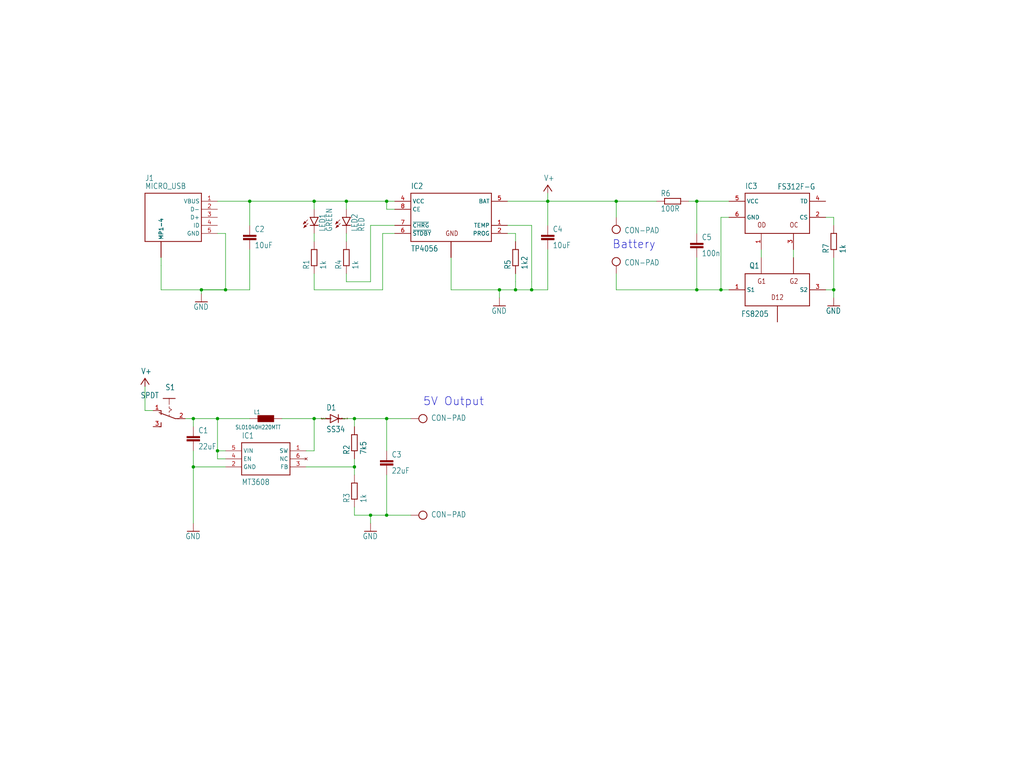
<source format=kicad_sch>
(kicad_sch (version 20230121) (generator eeschema)
  (paper "User" 322.885 238.912)
  (title_block (title "LiPo-Board") (date "2023-07-08") (rev "2") (company "Jakob Holz"))
  (lib_symbols
    (symbol "LiPo-BoardV1-eagle-import:C-EUC0603"
      (property "Reference" "C" (at 1.524 0.381 0))
      (symbol "C-EUC0603_1_0"
        (rectangle (start -2.032 -2.032) (end 2.032 -1.524) (fill (type outline)))
        (rectangle (start -2.032 -1.016) (end 2.032 -0.508) (fill (type outline)))
        (polyline (pts (xy 0 -2.54) (xy 0 -2.032)) (stroke (width 0.1524)))
        (polyline (pts (xy 0 0) (xy 0 -0.508)) (stroke (width 0.1524)))
        (pin passive line (at 0 2.54 270) (length 2.54) (name "1") (number "1"))
        (pin passive line (at 0 -5.08 90) (length 2.54) (name "2") (number "2"))
      )
    )
    (symbol "LiPo-BoardV1-eagle-import:CON-PAD"
      (property "Reference" "J" (at -2.54 2.54 0))
      (symbol "CON-PAD_1_0"
        (circle (center -1.27 0) (radius 1.2951) (stroke (width 0.254)))
        (pin bidirectional line (at 2.54 0 180) (length 2.54) (name "1") (number "1"))
      )
    )
    (symbol "LiPo-BoardV1-eagle-import:DIODE-DO-214AC"
      (property "Reference" "D" (at 2.54 0.4826 0))
      (symbol "DIODE-DO-214AC_1_0"
        (polyline (pts (xy -1.27 -1.27) (xy 1.27 0)) (stroke (width 0.254)))
        (polyline (pts (xy -1.27 0) (xy -2.54 0)) (stroke (width 0.254)))
        (polyline (pts (xy -1.27 0) (xy -1.27 -1.27)) (stroke (width 0.254)))
        (polyline (pts (xy -1.27 1.27) (xy -1.27 0)) (stroke (width 0.254)))
        (polyline (pts (xy 1.27 0) (xy -1.27 1.27)) (stroke (width 0.254)))
        (polyline (pts (xy 1.27 0) (xy 1.27 -1.27)) (stroke (width 0.254)))
        (polyline (pts (xy 1.27 1.27) (xy 1.27 0)) (stroke (width 0.254)))
        (polyline (pts (xy 2.54 0) (xy 1.27 0)) (stroke (width 0.254)))
        (text "SpiceOrder 1" (at -2.54 0 0) (effects (font (size 0.4064 0.3454))))
        (text "SpiceOrder 2" (at 2.54 0 0) (effects (font (size 0.4064 0.3454))))
        (pin passive line (at -2.54 0 0) (length 0) (name "A") (number "A"))
        (pin passive line (at 2.54 0 180) (length 0) (name "C") (number "C"))
      )
    )
    (symbol "LiPo-BoardV1-eagle-import:FS312F-G"
      (property "Reference" "IC" (at -10.16 6.35 0))
      (symbol "FS312F-G_1_0"
        (polyline (pts (xy -10.16 5.08) (xy -10.16 -7.62)) (stroke (width 0.254)))
        (polyline (pts (xy -10.16 5.08) (xy 10.16 5.08)) (stroke (width 0.254)))
        (polyline (pts (xy 10.16 -7.62) (xy -10.16 -7.62)) (stroke (width 0.254)))
        (polyline (pts (xy 10.16 -7.62) (xy 10.16 5.08)) (stroke (width 0.254)))
        (text "OC" (at 3.81 -5.842 0) (effects (font (size 1.524 1.2954)) (justify left bottom)))
        (text "OD" (at -6.35 -5.842 0) (effects (font (size 1.524 1.2954)) (justify left bottom)))
        (pin bidirectional line (at -5.08 -12.7 90) (length 5.08) (name "OD") (number "1"))
        (pin bidirectional line (at 15.24 -2.54 180) (length 5.08) (name "CS") (number "2"))
        (pin bidirectional line (at 5.08 -12.7 90) (length 5.08) (name "OC") (number "3"))
        (pin bidirectional line (at 15.24 2.54 180) (length 5.08) (name "TD") (number "4"))
        (pin bidirectional line (at -15.24 2.54 0) (length 5.08) (name "VCC") (number "5"))
        (pin bidirectional line (at -15.24 -2.54 0) (length 5.08) (name "GND") (number "6"))
      )
    )
    (symbol "LiPo-BoardV1-eagle-import:FS8205"
      (property "Reference" "Q" (at 11.43 10.16 0))
      (symbol "FS8205_1_0"
        (polyline (pts (xy -10.16 5.08) (xy -10.16 -5.08)) (stroke (width 0.254)))
        (polyline (pts (xy -10.16 5.08) (xy 10.16 5.08)) (stroke (width 0.254)))
        (polyline (pts (xy 10.16 -5.08) (xy -10.16 -5.08)) (stroke (width 0.254)))
        (polyline (pts (xy 10.16 -5.08) (xy 10.16 5.08)) (stroke (width 0.254)))
        (text "D12" (at -2.032 -3.302 0) (effects (font (size 1.5748 1.3385)) (justify left bottom)))
        (text "G1" (at -6.35 1.778 0) (effects (font (size 1.5748 1.3385)) (justify left bottom)))
        (text "G2" (at 3.81 1.778 0) (effects (font (size 1.5748 1.3385)) (justify left bottom)))
        (pin bidirectional line (at -15.24 0 0) (length 5.08) (name "S1") (number "1"))
        (pin bidirectional line (at 0 -10.16 90) (length 5.08) (name "D12") (number "2"))
        (pin bidirectional line (at 15.24 0 180) (length 5.08) (name "S2") (number "3"))
        (pin bidirectional line (at 5.08 10.16 270) (length 5.08) (name "G2") (number "4"))
        (pin bidirectional line (at 0 -10.16 90) (length 5.08) (name "D12") (number "5"))
        (pin bidirectional line (at -5.08 10.16 270) (length 5.08) (name "G1") (number "6"))
      )
    )
    (symbol "LiPo-BoardV1-eagle-import:GND" (power)
      (property "Value" "GND" (at -2.54 -2.54 0))
      (symbol "GND_1_0"
        (polyline (pts (xy -1.905 0) (xy 1.905 0)) (stroke (width 0.254)))
        (pin power_in line (at 0 2.54 270) (length 2.54) (name "GND") (number "1"))
      )
    )
    (symbol "LiPo-BoardV1-eagle-import:LEDCHIPLED_0603"
      (property "Reference" "LED" (at 3.556 -4.572 90))
      (symbol "LEDCHIPLED_0603_1_0"
        (polyline (pts (xy -2.032 -0.762) (xy -3.429 -2.159)) (stroke (width 0.1524)))
        (polyline (pts (xy -1.905 -1.905) (xy -3.302 -3.302)) (stroke (width 0.1524)))
        (polyline (pts (xy 0 -2.54) (xy -1.27 -2.54)) (stroke (width 0.254)))
        (polyline (pts (xy 0 -2.54) (xy -1.27 0)) (stroke (width 0.254)))
        (polyline (pts (xy 0 0) (xy -1.27 0)) (stroke (width 0.254)))
        (polyline (pts (xy 1.27 -2.54) (xy 0 -2.54)) (stroke (width 0.254)))
        (polyline (pts (xy 1.27 0) (xy 0 -2.54)) (stroke (width 0.254)))
        (polyline (pts (xy 1.27 0) (xy 0 0)) (stroke (width 0.254)))
        (polyline (pts (xy -3.429 -2.159) (xy -3.048 -1.27) (xy -2.54 -1.778)) (stroke (width 0.1524)) (fill (type outline)))
        (polyline (pts (xy -3.302 -3.302) (xy -2.921 -2.413) (xy -2.413 -2.921)) (stroke (width 0.1524)) (fill (type outline)))
        (pin passive line (at 0 2.54 270) (length 2.54) (name "A") (number "A"))
        (pin passive line (at 0 -5.08 90) (length 2.54) (name "C") (number "C"))
      )
    )
    (symbol "LiPo-BoardV1-eagle-import:MICRO_USB"
      (property "Reference" "J" (at 12.7 11.43 0))
      (symbol "MICRO_USB_1_0"
        (polyline (pts (xy -7.62 -7.62) (xy -7.62 7.62)) (stroke (width 0.254)))
        (polyline (pts (xy -7.62 7.62) (xy 10.16 7.62)) (stroke (width 0.254)))
        (polyline (pts (xy 10.16 -7.62) (xy -7.62 -7.62)) (stroke (width 0.254)))
        (polyline (pts (xy 10.16 7.62) (xy 10.16 -7.62)) (stroke (width 0.254)))
        (pin bidirectional line (at 15.24 5.08 180) (length 5.08) (name "VBUS") (number "1"))
        (pin bidirectional line (at 15.24 2.54 180) (length 5.08) (name "D-") (number "2"))
        (pin bidirectional line (at 15.24 0 180) (length 5.08) (name "D+") (number "3"))
        (pin bidirectional line (at 15.24 -2.54 180) (length 5.08) (name "ID") (number "4"))
        (pin bidirectional line (at 15.24 -5.08 180) (length 5.08) (name "GND") (number "5"))
        (pin bidirectional line (at -2.54 -12.7 90) (length 5.08) (name "MP1-4") (number "MP1"))
        (pin bidirectional line (at -2.54 -12.7 90) (length 5.08) (name "MP1-4") (number "MP2"))
        (pin bidirectional line (at -2.54 -12.7 90) (length 5.08) (name "MP1-4") (number "MP3"))
        (pin bidirectional line (at -2.54 -12.7 90) (length 5.08) (name "MP1-4") (number "MP4"))
      )
    )
    (symbol "LiPo-BoardV1-eagle-import:MT3608"
      (property "Reference" "IC" (at -7.62 6.35 0))
      (symbol "MT3608_1_0"
        (polyline (pts (xy -7.62 5.08) (xy -7.62 -5.08)) (stroke (width 0.254)))
        (polyline (pts (xy -7.62 5.08) (xy 7.62 5.08)) (stroke (width 0.254)))
        (polyline (pts (xy 7.62 -5.08) (xy -7.62 -5.08)) (stroke (width 0.254)))
        (polyline (pts (xy 7.62 -5.08) (xy 7.62 5.08)) (stroke (width 0.254)))
        (pin bidirectional line (at 12.7 2.54 180) (length 5.08) (name "SW") (number "1"))
        (pin bidirectional line (at -12.7 -2.54 0) (length 5.08) (name "GND") (number "2"))
        (pin bidirectional line (at 12.7 -2.54 180) (length 5.08) (name "FB") (number "3"))
        (pin bidirectional line (at -12.7 0 0) (length 5.08) (name "EN") (number "4"))
        (pin bidirectional line (at -12.7 2.54 0) (length 5.08) (name "VIN") (number "5"))
        (pin no_connect line (at 12.7 0 180) (length 5.08) (name "NC") (number "6"))
      )
    )
    (symbol "LiPo-BoardV1-eagle-import:R-EU_R0603"
      (property "Reference" "R" (at -3.81 1.4986 0))
      (symbol "R-EU_R0603_1_0"
        (polyline (pts (xy -2.54 -0.889) (xy -2.54 0.889)) (stroke (width 0.254)))
        (polyline (pts (xy -2.54 -0.889) (xy 2.54 -0.889)) (stroke (width 0.254)))
        (polyline (pts (xy 2.54 -0.889) (xy 2.54 0.889)) (stroke (width 0.254)))
        (polyline (pts (xy 2.54 0.889) (xy -2.54 0.889)) (stroke (width 0.254)))
        (pin passive line (at -5.08 0 0) (length 2.54) (name "1") (number "1"))
        (pin passive line (at 5.08 0 180) (length 2.54) (name "2") (number "2"))
      )
    )
    (symbol "LiPo-BoardV1-eagle-import:SLO1040H220MTT"
      (property "Reference" "L" (at -2.54 2.54 0))
      (symbol "SLO1040H220MTT_1_0"
        (rectangle (start -2.54 -1.016) (end 2.54 1.016) (fill (type outline)))
        (pin bidirectional line (at -5.08 0 0) (length 2.54) (name "P$1") (number "1"))
        (pin bidirectional line (at 5.08 0 180) (length 2.54) (name "P$2") (number "2"))
      )
    )
    (symbol "LiPo-BoardV1-eagle-import:SPDT"
      (property "Reference" "S" (at -6.35 -1.905 90))
      (symbol "SPDT_1_0"
        (polyline (pts (xy -3.81 0) (xy -3.81 -1.905)) (stroke (width 0.254)))
        (polyline (pts (xy -3.81 0) (xy -1.905 0)) (stroke (width 0.1524)))
        (polyline (pts (xy -3.81 1.905) (xy -3.81 0)) (stroke (width 0.254)))
        (polyline (pts (xy -1.27 0) (xy -0.762 0)) (stroke (width 0.1524)))
        (polyline (pts (xy -0.762 0) (xy -0.254 -0.762)) (stroke (width 0.1524)))
        (polyline (pts (xy -0.254 -0.762) (xy 0.254 0)) (stroke (width 0.1524)))
        (polyline (pts (xy 0 2.54) (xy 0 3.175)) (stroke (width 0.254)))
        (polyline (pts (xy 0 2.54) (xy 1.27 2.54)) (stroke (width 0.254)))
        (polyline (pts (xy 0.254 0) (xy 0.635 0)) (stroke (width 0.1524)))
        (polyline (pts (xy 1.27 0) (xy 1.905 0)) (stroke (width 0.1524)))
        (polyline (pts (xy 2.54 -3.175) (xy 2.54 -1.905)) (stroke (width 0.254)))
        (polyline (pts (xy 2.54 -1.905) (xy 0.635 3.175)) (stroke (width 0.254)))
        (polyline (pts (xy 3.81 2.54) (xy 5.08 2.54)) (stroke (width 0.254)))
        (polyline (pts (xy 5.08 2.54) (xy 5.08 3.175)) (stroke (width 0.254)))
        (pin passive line (at 0 5.08 270) (length 2.54) (name "1") (number "1"))
        (pin passive line (at 2.54 -5.08 90) (length 2.54) (name "2") (number "2"))
        (pin passive line (at 5.08 5.08 270) (length 2.54) (name "3") (number "3"))
      )
    )
    (symbol "LiPo-BoardV1-eagle-import:TP4056"
      (property "Reference" "IC" (at -12.7 8.89 0))
      (symbol "TP4056_1_0"
        (polyline (pts (xy -12.7 7.62) (xy -12.7 -7.62)) (stroke (width 0.254)))
        (polyline (pts (xy -12.7 7.62) (xy 12.7 7.62)) (stroke (width 0.254)))
        (polyline (pts (xy 12.7 -7.62) (xy -12.7 -7.62)) (stroke (width 0.254)))
        (polyline (pts (xy 12.7 -7.62) (xy 12.7 7.62)) (stroke (width 0.254)))
        (text "GND" (at 0.254 -5.08 0) (effects (font (size 1.524 1.2954))))
        (pin bidirectional line (at 17.78 -2.54 180) (length 5.08) (name "TEMP") (number "1"))
        (pin bidirectional line (at 17.78 -5.08 180) (length 5.08) (name "PROG") (number "2"))
        (pin bidirectional line (at 0 -12.7 90) (length 5.08) (name "GND") (number "3"))
        (pin bidirectional line (at -17.78 5.08 0) (length 5.08) (name "VCC") (number "4"))
        (pin bidirectional line (at 17.78 5.08 180) (length 5.08) (name "BAT") (number "5"))
        (pin bidirectional line (at -17.78 -5.08 0) (length 5.08) (name "~{STDBY}") (number "6"))
        (pin bidirectional line (at -17.78 -2.54 0) (length 5.08) (name "~{CHRG}") (number "7"))
        (pin bidirectional line (at -17.78 2.54 0) (length 5.08) (name "CE") (number "8"))
        (pin bidirectional line (at 0 -12.7 90) (length 5.08) (name "GND") (number "9"))
      )
    )
    (symbol "LiPo-BoardV1-eagle-import:V+" (power)
      (property "Value" "V+" (at -1.27 1.27 0))
      (symbol "V+_1_0"
        (polyline (pts (xy 0 0) (xy -1.27 -1.905)) (stroke (width 0.254)))
        (polyline (pts (xy 1.27 -1.905) (xy 0 0)) (stroke (width 0.254)))
        (pin power_in line (at 0 -2.54 90) (length 2.54) (name "V+") (number "1"))
      )
    )
    (symbol "LiPo-BoardV1-eagle-import:resistor_C-EUC1812"
      (property "Reference" "C" (at 1.524 0.381 0))
      (symbol "resistor_C-EUC1812_1_0"
        (rectangle (start -2.032 -2.032) (end 2.032 -1.524) (fill (type outline)))
        (rectangle (start -2.032 -1.016) (end 2.032 -0.508) (fill (type outline)))
        (polyline (pts (xy 0 -2.54) (xy 0 -2.032)) (stroke (width 0.1524)))
        (polyline (pts (xy 0 0) (xy 0 -0.508)) (stroke (width 0.1524)))
        (pin passive line (at 0 2.54 270) (length 2.54) (name "1") (number "1"))
        (pin passive line (at 0 -5.08 90) (length 2.54) (name "2") (number "2"))
      )
    )
  )
  (junction (at 116.84 162.56))
  (junction (at 109.22 63.5))
  (junction (at 121.92 63.5))
  (junction (at 172.72 63.5))
  (junction (at 68.58 142.24))
  (junction (at 219.71 63.5))
  (junction (at 262.89 91.44))
  (junction (at 111.76 147.32))
  (junction (at 99.06 63.5))
  (junction (at 219.71 91.44))
  (junction (at 121.92 132.08))
  (junction (at 194.31 63.5))
  (junction (at 227.33 91.44))
  (junction (at 78.74 63.5))
  (junction (at 157.48 91.44))
  (junction (at 162.56 91.44))
  (junction (at 68.58 132.08))
  (junction (at 60.96 132.08))
  (junction (at 99.06 132.08))
  (junction (at 63.5 91.44))
  (junction (at 71.12 91.44))
  (junction (at 121.92 162.56))
  (junction (at 167.64 91.44))
  (junction (at 111.76 132.08))
  (junction (at 60.96 147.32))
  (wire (pts (xy 194.31 91.44) (xy 219.71 91.44)) (stroke (width 0.1524)))
  (wire (pts (xy 111.76 162.56) (xy 116.84 162.56)) (stroke (width 0.1524)))
  (wire (pts (xy 219.71 91.44) (xy 219.71 81.28)) (stroke (width 0.1524)))
  (wire (pts (xy 99.06 63.5) (xy 109.22 63.5)) (stroke (width 0.1524)))
  (wire (pts (xy 262.89 68.58) (xy 262.89 71.12)) (stroke (width 0.1524)))
  (wire (pts (xy 68.58 144.78) (xy 68.58 142.24)) (stroke (width 0.1524)))
  (wire (pts (xy 162.56 86.36) (xy 162.56 88.9)) (stroke (width 0.1524)))
  (wire (pts (xy 160.02 73.66) (xy 162.56 73.66)) (stroke (width 0.1524)))
  (wire (pts (xy 48.26 129.54) (xy 45.72 129.54)) (stroke (width 0.1524)))
  (wire (pts (xy 45.72 129.54) (xy 45.72 121.92)) (stroke (width 0.1524)))
  (wire (pts (xy 99.06 66.04) (xy 99.06 63.5)) (stroke (width 0.1524)))
  (wire (pts (xy 167.64 91.44) (xy 162.56 91.44)))
  (wire (pts (xy 78.74 63.5) (xy 99.06 63.5)) (stroke (width 0.1524)))
  (wire (pts (xy 229.87 68.58) (xy 227.33 68.58)) (stroke (width 0.1524)))
  (wire (pts (xy 50.8 83.82) (xy 50.8 91.44)))
  (wire (pts (xy 172.72 60.96) (xy 172.72 63.5)) (stroke (width 0.1524)))
  (wire (pts (xy 219.71 73.66) (xy 219.71 63.5)) (stroke (width 0.1524)))
  (wire (pts (xy 262.89 91.44) (xy 260.35 91.44)) (stroke (width 0.1524)))
  (wire (pts (xy 111.76 132.08) (xy 121.92 132.08)) (stroke (width 0.1524)))
  (wire (pts (xy 107.95 132.08) (xy 111.76 132.08)) (stroke (width 0.1524)))
  (wire (pts (xy 68.58 132.08) (xy 68.58 142.24)) (stroke (width 0.1524)))
  (wire (pts (xy 78.74 78.74) (xy 78.74 83.82)) (stroke (width 0.1524)))
  (wire (pts (xy 240.03 78.74) (xy 240.03 81.28)) (stroke (width 0.1524)))
  (wire (pts (xy 111.76 160.02) (xy 111.76 162.56)) (stroke (width 0.1524)))
  (wire (pts (xy 167.64 88.9) (xy 167.64 91.44)))
  (wire (pts (xy 111.76 132.08) (xy 111.76 134.62)) (stroke (width 0.1524)))
  (wire (pts (xy 227.33 68.58) (xy 227.33 91.44)) (stroke (width 0.1524)))
  (wire (pts (xy 60.96 165.1) (xy 60.96 147.32)) (stroke (width 0.1524)))
  (wire (pts (xy 78.74 132.08) (xy 68.58 132.08)) (stroke (width 0.1524)))
  (wire (pts (xy 99.06 73.66) (xy 99.06 76.2)) (stroke (width 0.1524)))
  (wire (pts (xy 129.54 132.08) (xy 121.92 132.08)) (stroke (width 0.1524)))
  (wire (pts (xy 194.31 68.58) (xy 194.31 63.5)) (stroke (width 0.1524)))
  (wire (pts (xy 129.54 162.56) (xy 121.92 162.56)) (stroke (width 0.1524)))
  (wire (pts (xy 172.72 91.44) (xy 167.64 91.44)))
  (wire (pts (xy 124.46 66.04) (xy 121.92 66.04)) (stroke (width 0.1524)))
  (wire (pts (xy 78.74 91.44) (xy 78.74 83.82)))
  (wire (pts (xy 99.06 91.44) (xy 99.06 86.36)) (stroke (width 0.1524)))
  (wire (pts (xy 160.02 63.5) (xy 172.72 63.5)) (stroke (width 0.1524)))
  (wire (pts (xy 60.96 134.62) (xy 60.96 132.08)) (stroke (width 0.1524)))
  (wire (pts (xy 172.72 63.5) (xy 172.72 71.12)) (stroke (width 0.1524)))
  (wire (pts (xy 63.5 91.44) (xy 71.12 91.44)) (stroke (width 0.1524)))
  (wire (pts (xy 167.64 71.12) (xy 167.64 88.9)) (stroke (width 0.1524)))
  (wire (pts (xy 162.56 73.66) (xy 162.56 76.2)) (stroke (width 0.1524)))
  (wire (pts (xy 194.31 63.5) (xy 207.01 63.5)) (stroke (width 0.1524)))
  (wire (pts (xy 142.24 91.44) (xy 142.24 81.28)) (stroke (width 0.1524)))
  (wire (pts (xy 71.12 91.44) (xy 78.74 91.44)))
  (wire (pts (xy 250.19 78.74) (xy 250.19 81.28)) (stroke (width 0.1524)))
  (wire (pts (xy 116.84 88.9) (xy 109.22 88.9)) (stroke (width 0.1524)))
  (wire (pts (xy 262.89 93.98) (xy 262.89 91.44)) (stroke (width 0.1524)))
  (wire (pts (xy 109.22 88.9) (xy 109.22 86.36)) (stroke (width 0.1524)))
  (wire (pts (xy 60.96 132.08) (xy 58.42 132.08)) (stroke (width 0.1524)))
  (wire (pts (xy 121.92 132.08) (xy 121.92 142.24)) (stroke (width 0.1524)))
  (wire (pts (xy 121.92 66.04) (xy 121.92 63.5)) (stroke (width 0.1524)))
  (wire (pts (xy 96.52 147.32) (xy 111.76 147.32)) (stroke (width 0.1524)))
  (wire (pts (xy 121.92 63.5) (xy 124.46 63.5)) (stroke (width 0.1524)))
  (wire (pts (xy 60.96 147.32) (xy 71.12 147.32)) (stroke (width 0.1524)))
  (wire (pts (xy 262.89 81.28) (xy 262.89 91.44)) (stroke (width 0.1524)))
  (wire (pts (xy 142.24 91.44) (xy 157.48 91.44)) (stroke (width 0.1524)))
  (wire (pts (xy 229.87 63.5) (xy 219.71 63.5)) (stroke (width 0.1524)))
  (wire (pts (xy 260.35 68.58) (xy 262.89 68.58)) (stroke (width 0.1524)))
  (wire (pts (xy 217.17 63.5) (xy 219.71 63.5)) (stroke (width 0.1524)))
  (wire (pts (xy 63.5 91.44) (xy 50.8 91.44)))
  (wire (pts (xy 68.58 142.24) (xy 71.12 142.24)) (stroke (width 0.1524)))
  (wire (pts (xy 111.76 147.32) (xy 111.76 144.78)) (stroke (width 0.1524)))
  (wire (pts (xy 99.06 132.08) (xy 102.87 132.08)) (stroke (width 0.1524)))
  (wire (pts (xy 109.22 66.04) (xy 109.22 63.5)) (stroke (width 0.1524)))
  (wire (pts (xy 162.56 91.44) (xy 162.56 88.9)))
  (wire (pts (xy 111.76 149.86) (xy 111.76 147.32)) (stroke (width 0.1524)))
  (wire (pts (xy 120.65 91.44) (xy 99.06 91.44)) (stroke (width 0.1524)))
  (wire (pts (xy 68.58 73.66) (xy 71.12 73.66)) (stroke (width 0.1524)))
  (wire (pts (xy 109.22 73.66) (xy 109.22 76.2)) (stroke (width 0.1524)))
  (wire (pts (xy 71.12 73.66) (xy 71.12 91.44)) (stroke (width 0.1524)))
  (wire (pts (xy 116.84 88.9) (xy 116.84 71.12)) (stroke (width 0.1524)))
  (wire (pts (xy 116.84 71.12) (xy 124.46 71.12)) (stroke (width 0.1524)))
  (wire (pts (xy 194.31 86.36) (xy 194.31 91.44)) (stroke (width 0.1524)))
  (wire (pts (xy 71.12 91.44) (xy 63.5 91.44)))
  (wire (pts (xy 60.96 132.08) (xy 68.58 132.08)) (stroke (width 0.1524)))
  (wire (pts (xy 60.96 142.24) (xy 60.96 147.32)) (stroke (width 0.1524)))
  (wire (pts (xy 116.84 165.1) (xy 116.84 162.56)) (stroke (width 0.1524)))
  (wire (pts (xy 71.12 144.78) (xy 68.58 144.78)) (stroke (width 0.1524)))
  (wire (pts (xy 172.72 63.5) (xy 194.31 63.5)) (stroke (width 0.1524)))
  (wire (pts (xy 172.72 88.9) (xy 172.72 78.74)) (stroke (width 0.1524)))
  (wire (pts (xy 96.52 142.24) (xy 99.06 142.24)) (stroke (width 0.1524)))
  (wire (pts (xy 68.58 63.5) (xy 78.74 63.5)) (stroke (width 0.1524)))
  (wire (pts (xy 78.74 71.12) (xy 78.74 63.5)) (stroke (width 0.1524)))
  (wire (pts (xy 88.9 132.08) (xy 99.06 132.08)) (stroke (width 0.1524)))
  (wire (pts (xy 121.92 63.5) (xy 109.22 63.5)) (stroke (width 0.1524)))
  (wire (pts (xy 116.84 162.56) (xy 121.92 162.56)) (stroke (width 0.1524)))
  (wire (pts (xy 229.87 91.44) (xy 227.33 91.44)) (stroke (width 0.1524)))
  (wire (pts (xy 120.65 73.66) (xy 124.46 73.66)) (stroke (width 0.1524)))
  (wire (pts (xy 172.72 88.9) (xy 172.72 91.44)))
  (wire (pts (xy 120.65 91.44) (xy 120.65 73.66)) (stroke (width 0.1524)))
  (wire (pts (xy 99.06 142.24) (xy 99.06 132.08)) (stroke (width 0.1524)))
  (wire (pts (xy 121.92 162.56) (xy 121.92 149.86)) (stroke (width 0.1524)))
  (wire (pts (xy 50.8 81.28) (xy 50.8 83.82)) (stroke (width 0.1524)))
  (wire (pts (xy 160.02 71.12) (xy 167.64 71.12)) (stroke (width 0.1524)))
  (wire (pts (xy 227.33 91.44) (xy 219.71 91.44)) (stroke (width 0.1524)))
  (wire (pts (xy 157.48 91.44) (xy 162.56 91.44)))
  (wire (pts (xy 157.48 91.44) (xy 157.48 93.98)) (stroke (width 0.1524)))
  (wire (pts (xy 63.5 91.44) (xy 63.5 92.71)) (stroke (width 0.1524)))
  (text "5V Output" (at 133.35 128.27 0) (effects (font (size 2.56 2.56)) (justify left bottom)))
  (text "Battery" (at 193.04 78.74 0) (effects (font (size 2.56 2.56)) (justify left bottom)))
  (symbol (lib_id "LiPo-BoardV1-eagle-import:SLO1040H220MTT") (at 83.82 132.08 0) (unit 1)
    (property "Reference" "L1" (at 80.01 130.7084 0) (effects (font (size 1.27 1.0795)) (justify left bottom)))
    (property "Value" "SLO1040H220MTT" (at 74.168 135.509 0) (effects (font (size 1.27 1.0795)) (justify left bottom)))
    (property "Footprint" "LiPo-BoardV1:INDUCTOR10.8X10" (effects hide))
  )
  (symbol (lib_id "LiPo-BoardV1-eagle-import:resistor_C-EUC1812") (at 121.92 144.78 0) (unit 1)
    (property "Reference" "C3" (at 123.444 144.399 0) (effects (font (size 1.778 1.5113)) (justify left bottom)))
    (property "Value" "22uF" (at 123.444 149.479 0) (effects (font (size 1.778 1.5113)) (justify left bottom)))
    (property "Footprint" "LiPo-BoardV1:C1812" (effects hide))
  )
  (symbol (lib_id "LiPo-BoardV1-eagle-import:DIODE-DO-214AC") (at 105.41 132.08 0) (unit 1)
    (property "Reference" "D1" (at 102.87 129.5654 0) (effects (font (size 1.778 1.5113)) (justify left bottom)))
    (property "Value" "SS34" (at 102.87 136.4234 0) (effects (font (size 1.778 1.5113)) (justify left bottom)))
    (property "Footprint" "LiPo-BoardV1:DO-214AC" (effects hide))
  )
  (symbol (lib_id "LiPo-BoardV1-eagle-import:TP4056") (at 142.24 68.58 0) (unit 1)
    (property "Reference" "IC2" (at 129.54 59.69 0) (effects (font (size 1.778 1.5113)) (justify left bottom)))
    (property "Value" "TP4056" (at 129.54 77.47 0) (effects (font (size 1.778 1.5113)) (justify left top)))
    (property "Footprint" "LiPo-BoardV1:SOP-8" (effects hide))
  )
  (symbol (lib_id "LiPo-BoardV1-eagle-import:CON-PAD") (at 132.08 162.56 0) (mirror y) (unit 1)
    (property "Reference" "J3" (effects hide))
    (property "Value" "CON-PAD" (at 135.89 163.322 0) (effects (font (size 1.778 1.5113)) (justify right bottom)))
    (property "Footprint" "LiPo-BoardV1:CON-PAD" (effects hide))
  )
  (symbol (lib_id "LiPo-BoardV1-eagle-import:FS8205") (at 245.11 91.44 0) (unit 1)
    (property "Reference" "Q1" (at 236.22 83.82 0) (effects (font (size 1.778 1.5113)) (justify left)))
    (property "Value" "FS8205" (at 233.68 99.06 0) (effects (font (size 1.778 1.5113)) (justify left)))
    (property "Footprint" "LiPo-BoardV1:SOT-23-6" (effects hide))
  )
  (symbol (lib_id "LiPo-BoardV1-eagle-import:R-EU_R0603") (at 109.22 81.28 90) (unit 1)
    (property "Reference" "R4" (at 107.7214 85.09 0) (effects (font (size 1.778 1.5113)) (justify left bottom)))
    (property "Value" "1k" (at 113.03 85.09 0) (effects (font (size 1.778 1.5113)) (justify left bottom)))
    (property "Footprint" "LiPo-BoardV1:R0603" (effects hide))
  )
  (symbol (lib_id "LiPo-BoardV1-eagle-import:LEDCHIPLED_0603") (at 109.22 68.58 0) (unit 1)
    (property "Reference" "LED2" (at 112.776 73.152 90) (effects (font (size 1.778 1.5113)) (justify left bottom)))
    (property "Value" "RED" (at 114.935 73.152 90) (effects (font (size 1.778 1.5113)) (justify left bottom)))
    (property "Footprint" "LiPo-BoardV1:CHIPLED_0603" (effects hide))
  )
  (symbol (lib_id "LiPo-BoardV1-eagle-import:V+") (at 172.72 58.42 0) (unit 1)
    (property "Reference" "#SUPPLY2" (effects hide))
    (property "Value" "V+" (at 171.45 57.15 0) (effects (font (size 1.778 1.5113)) (justify left bottom)))
  )
  (symbol (lib_id "LiPo-BoardV1-eagle-import:R-EU_R0603") (at 111.76 139.7 90) (unit 1)
    (property "Reference" "R2" (at 110.2614 143.51 0) (effects (font (size 1.778 1.5113)) (justify left bottom)))
    (property "Value" "7k5" (at 115.57 143.51 0) (effects (font (size 1.778 1.5113)) (justify left bottom)))
    (property "Footprint" "LiPo-BoardV1:R0603" (effects hide))
  )
  (symbol (lib_id "LiPo-BoardV1-eagle-import:GND") (at 63.5 95.25 0) (unit 1)
    (property "Reference" "#GND3" (effects hide))
    (property "Value" "GND" (at 60.96 97.79 0) (effects (font (size 1.778 1.5113)) (justify left bottom)))
  )
  (symbol (lib_id "LiPo-BoardV1-eagle-import:FS312F-G") (at 245.11 66.04 0) (unit 1)
    (property "Reference" "IC3" (at 234.95 59.69 0) (effects (font (size 1.778 1.5113)) (justify left bottom)))
    (property "Value" "FS312F-G" (at 245.11 57.912 0) (effects (font (size 1.778 1.5113)) (justify left top)))
    (property "Footprint" "LiPo-BoardV1:SOT-23-6" (effects hide))
  )
  (symbol (lib_id "LiPo-BoardV1-eagle-import:C-EUC0603") (at 78.74 73.66 0) (unit 1)
    (property "Reference" "C2" (at 80.264 73.279 0) (effects (font (size 1.778 1.5113)) (justify left bottom)))
    (property "Value" "10uF" (at 80.264 78.359 0) (effects (font (size 1.778 1.5113)) (justify left bottom)))
    (property "Footprint" "LiPo-BoardV1:C0603" (effects hide))
  )
  (symbol (lib_id "LiPo-BoardV1-eagle-import:R-EU_R0603") (at 262.89 76.2 90) (unit 1)
    (property "Reference" "R7" (at 261.3914 80.01 0) (effects (font (size 1.778 1.5113)) (justify left bottom)))
    (property "Value" "1k" (at 266.7 80.01 0) (effects (font (size 1.778 1.5113)) (justify left bottom)))
    (property "Footprint" "LiPo-BoardV1:R0603" (effects hide))
  )
  (symbol (lib_id "LiPo-BoardV1-eagle-import:GND") (at 116.84 167.64 0) (unit 1)
    (property "Reference" "#GND5" (effects hide))
    (property "Value" "GND" (at 114.3 170.18 0) (effects (font (size 1.778 1.5113)) (justify left bottom)))
  )
  (symbol (lib_id "LiPo-BoardV1-eagle-import:GND") (at 60.96 167.64 0) (unit 1)
    (property "Reference" "#GND1" (effects hide))
    (property "Value" "GND" (at 58.42 170.18 0) (effects (font (size 1.778 1.5113)) (justify left bottom)))
  )
  (symbol (lib_id "LiPo-BoardV1-eagle-import:LEDCHIPLED_0603") (at 99.06 68.58 0) (unit 1)
    (property "Reference" "LED1" (at 102.616 73.152 90) (effects (font (size 1.778 1.5113)) (justify left bottom)))
    (property "Value" "GREEN" (at 104.775 73.152 90) (effects (font (size 1.778 1.5113)) (justify left bottom)))
    (property "Footprint" "LiPo-BoardV1:CHIPLED_0603" (effects hide))
  )
  (symbol (lib_id "LiPo-BoardV1-eagle-import:C-EUC0603") (at 172.72 73.66 0) (unit 1)
    (property "Reference" "C4" (at 174.244 73.279 0) (effects (font (size 1.778 1.5113)) (justify left bottom)))
    (property "Value" "10uF" (at 174.244 78.359 0) (effects (font (size 1.778 1.5113)) (justify left bottom)))
    (property "Footprint" "LiPo-BoardV1:C0603" (effects hide))
  )
  (symbol (lib_id "LiPo-BoardV1-eagle-import:resistor_C-EUC1812") (at 60.96 137.16 0) (unit 1)
    (property "Reference" "C1" (at 62.484 136.779 0) (effects (font (size 1.778 1.5113)) (justify left bottom)))
    (property "Value" "22uF" (at 62.484 141.859 0) (effects (font (size 1.778 1.5113)) (justify left bottom)))
    (property "Footprint" "LiPo-BoardV1:C1812" (effects hide))
  )
  (symbol (lib_id "LiPo-BoardV1-eagle-import:R-EU_R0603") (at 111.76 154.94 90) (unit 1)
    (property "Reference" "R3" (at 110.2614 158.75 0) (effects (font (size 1.778 1.5113)) (justify left bottom)))
    (property "Value" "1k" (at 115.57 158.75 0) (effects (font (size 1.778 1.5113)) (justify left bottom)))
    (property "Footprint" "LiPo-BoardV1:R0603" (effects hide))
  )
  (symbol (lib_id "LiPo-BoardV1-eagle-import:CON-PAD") (at 194.31 83.82 90) (mirror x) (unit 1)
    (property "Reference" "J5" (effects hide))
    (property "Value" "CON-PAD" (at 196.85 83.82 90) (effects (font (size 1.778 1.5113)) (justify right bottom)))
    (property "Footprint" "LiPo-BoardV1:CON-PAD" (effects hide))
  )
  (symbol (lib_id "LiPo-BoardV1-eagle-import:V+") (at 45.72 119.38 0) (unit 1)
    (property "Reference" "#SUPPLY3" (effects hide))
    (property "Value" "V+" (at 44.45 118.11 0) (effects (font (size 1.778 1.5113)) (justify left bottom)))
  )
  (symbol (lib_id "LiPo-BoardV1-eagle-import:MICRO_USB") (at 53.34 68.58 0) (unit 1)
    (property "Reference" "J1" (at 45.72 57.15 0) (effects (font (size 1.778 1.5113)) (justify left bottom)))
    (property "Value" "MICRO_USB" (at 45.72 59.69 0) (effects (font (size 1.778 1.5113)) (justify left bottom)))
    (property "Footprint" "LiPo-BoardV1:MICROUSB" (effects hide))
  )
  (symbol (lib_id "LiPo-BoardV1-eagle-import:MT3608") (at 83.82 144.78 0) (unit 1)
    (property "Reference" "IC1" (at 76.2 138.43 0) (effects (font (size 1.778 1.5113)) (justify left bottom)))
    (property "Value" "MT3608" (at 76.2 151.13 0) (effects (font (size 1.778 1.5113)) (justify left top)))
    (property "Footprint" "LiPo-BoardV1:SOT-23-6" (effects hide))
  )
  (symbol (lib_id "LiPo-BoardV1-eagle-import:GND") (at 262.89 96.52 0) (unit 1)
    (property "Reference" "#GND10" (effects hide))
    (property "Value" "GND" (at 260.35 99.06 0) (effects (font (size 1.778 1.5113)) (justify left bottom)))
  )
  (symbol (lib_id "LiPo-BoardV1-eagle-import:C-EUC0603") (at 219.71 76.2 0) (unit 1)
    (property "Reference" "C5" (at 221.234 75.819 0) (effects (font (size 1.778 1.5113)) (justify left bottom)))
    (property "Value" "100n" (at 221.234 80.899 0) (effects (font (size 1.778 1.5113)) (justify left bottom)))
    (property "Footprint" "LiPo-BoardV1:C0603" (effects hide))
  )
  (symbol (lib_id "LiPo-BoardV1-eagle-import:R-EU_R0603") (at 212.09 63.5 0) (unit 1)
    (property "Reference" "R6" (at 208.28 62.0014 0) (effects (font (size 1.778 1.5113)) (justify left bottom)))
    (property "Value" "100R" (at 208.28 66.802 0) (effects (font (size 1.778 1.5113)) (justify left bottom)))
    (property "Footprint" "LiPo-BoardV1:R0603" (effects hide))
  )
  (symbol (lib_id "LiPo-BoardV1-eagle-import:GND") (at 157.48 96.52 0) (unit 1)
    (property "Reference" "#GND6" (effects hide))
    (property "Value" "GND" (at 154.94 99.06 0) (effects (font (size 1.778 1.5113)) (justify left bottom)))
  )
  (symbol (lib_id "LiPo-BoardV1-eagle-import:R-EU_R0603") (at 99.06 81.28 90) (unit 1)
    (property "Reference" "R1" (at 97.5614 85.09 0) (effects (font (size 1.778 1.5113)) (justify left bottom)))
    (property "Value" "1k" (at 102.87 85.09 0) (effects (font (size 1.778 1.5113)) (justify left bottom)))
    (property "Footprint" "LiPo-BoardV1:R0603" (effects hide))
  )
  (symbol (lib_id "LiPo-BoardV1-eagle-import:SPDT") (at 53.34 129.54 90) (mirror x) (unit 1)
    (property "Reference" "S1" (at 55.245 123.19 90) (effects (font (size 1.778 1.5113)) (justify left bottom)))
    (property "Value" "SPDT" (at 50.165 125.73 90) (effects (font (size 1.778 1.5113)) (justify left bottom)))
    (property "Footprint" "LiPo-BoardV1:SPDT" (effects hide))
  )
  (symbol (lib_id "LiPo-BoardV1-eagle-import:CON-PAD") (at 132.08 132.08 0) (mirror y) (unit 1)
    (property "Reference" "J2" (effects hide))
    (property "Value" "CON-PAD" (at 135.89 132.842 0) (effects (font (size 1.778 1.5113)) (justify right bottom)))
    (property "Footprint" "LiPo-BoardV1:CON-PAD" (effects hide))
  )
  (symbol (lib_id "LiPo-BoardV1-eagle-import:R-EU_R0603") (at 162.56 81.28 90) (unit 1)
    (property "Reference" "R5" (at 161.0614 85.09 0) (effects (font (size 1.778 1.5113)) (justify left bottom)))
    (property "Value" "1k2" (at 166.37 85.09 0) (effects (font (size 1.778 1.5113)) (justify left bottom)))
    (property "Footprint" "LiPo-BoardV1:R0603" (effects hide))
  )
  (symbol (lib_id "LiPo-BoardV1-eagle-import:CON-PAD") (at 194.31 71.12 270) (mirror x) (unit 1)
    (property "Reference" "J4" (effects hide))
    (property "Value" "CON-PAD" (at 196.85 73.66 90) (effects (font (size 1.778 1.5113)) (justify left top)))
    (property "Footprint" "LiPo-BoardV1:CON-PAD" (effects hide))
  )
)
</source>
